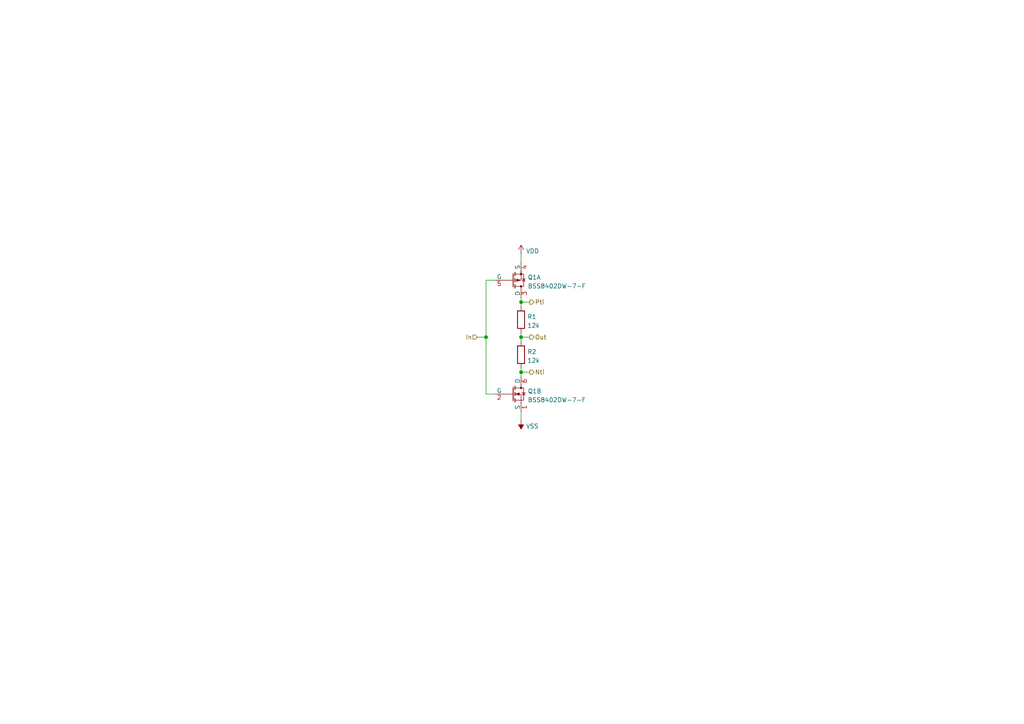
<source format=kicad_sch>
(kicad_sch (version 20211123) (generator eeschema)
  (paper "A4")
  (title_block (title "Balanced Ternary Inverter Gate") (date "2022-08-04") (rev "0"))
  (lib_symbols
    (symbol "Device:R" (pin_numbers hide) (pin_names (offset 0))
      (property "Reference" "R" (at 2.032 0 90))
      (property "Value" "R" (at 0 0 90))
      (symbol "R_0_1"
        (rectangle (start -1.016 -2.54) (end 1.016 2.54) (stroke (width 0.254)))
      )
      (symbol "R_1_1"
        (pin passive line (at 0 3.81 270) (length 1.27) (name "~") (number "1"))
        (pin passive line (at 0 -3.81 90) (length 1.27) (name "~") (number "2"))
      )
    )
    (symbol "Tritium:BSS8402DW-7-F" (pin_names (offset 0))
      (property "Reference" "Q" (at 2.54 1.27 0))
      (property "Value" "BSS8402DW-7-F" (at 2.54 -1.27 0))
      (symbol "BSS8402DW-7-F_0_1"
        (polyline (pts (xy -2.286 -1.905) (xy -2.286 1.905)) (stroke (width 0.254)))
        (polyline (pts (xy -2.286 0) (xy -5.08 0)))
        (polyline (pts (xy -1.778 -2.286) (xy -1.778 -1.27)) (stroke (width 0.254)))
        (polyline (pts (xy -1.778 -0.508) (xy -1.778 0.508)) (stroke (width 0.254)))
        (polyline (pts (xy -1.778 1.27) (xy -1.778 2.286)) (stroke (width 0.254)))
        (polyline (pts (xy 0 2.54) (xy 0 1.778)))
        (polyline (pts (xy -1.778 -1.778) (xy 0.762 -1.778) (xy 0.762 1.778) (xy -1.778 1.778)))
        (polyline (pts (xy 0.254 0.508) (xy 0.381 0.381) (xy 1.143 0.381) (xy 1.27 0.254)))
        (polyline (pts (xy 0.762 0.381) (xy 0.381 -0.254) (xy 1.143 -0.254) (xy 0.762 0.381)))
        (circle (center 0 1.778) (radius 0.254) (fill (type outline)))
      )
      (symbol "BSS8402DW-7-F_1_1"
        (circle (center 0 -1.778) (radius 0.254) (fill (type outline)))
        (polyline (pts (xy 0 -2.54) (xy 0 -1.778)))
        (polyline (pts (xy 0 2.54) (xy 0 0) (xy -1.778 0)))
        (polyline (pts (xy -0.254 0) (xy -1.27 -0.381) (xy -1.27 0.381) (xy -0.254 0)) (fill (type outline)))
        (pin passive line (at 0 -5.08 90) (length 2.54) (name "D") (number "3"))
        (pin passive line (at 0 5.08 270) (length 2.54) (name "S") (number "4"))
        (pin input line (at -7.62 0 0) (length 2.54) (name "G") (number "5"))
      )
      (symbol "BSS8402DW-7-F_2_1"
        (polyline (pts (xy 0 -2.54) (xy 0 0) (xy -1.778 0)))
        (polyline (pts (xy -1.524 0) (xy -0.508 0.381) (xy -0.508 -0.381) (xy -1.524 0)) (fill (type outline)))
        (pin passive line (at 0 -5.08 90) (length 2.54) (name "S") (number "1"))
        (pin input line (at -7.62 0 0) (length 2.54) (name "G") (number "2"))
        (pin passive line (at 0 5.08 270) (length 2.54) (name "D") (number "6"))
      )
    )
    (symbol "power:VDD" (power) (pin_names (offset 0))
      (property "Value" "VDD" (at 0 3.81 0))
      (symbol "VDD_0_1"
        (polyline (pts (xy -0.762 1.27) (xy 0 2.54)))
        (polyline (pts (xy 0 0) (xy 0 2.54)))
        (polyline (pts (xy 0 2.54) (xy 0.762 1.27)))
      )
      (symbol "VDD_1_1"
        (pin power_in line (at 0 0 90) (length 0) hide (name "VDD") (number "1"))
      )
    )
    (symbol "power:VSS" (power) (pin_names (offset 0))
      (property "Value" "VSS" (at 0 3.81 0))
      (symbol "VSS_0_1"
        (polyline (pts (xy 0 0) (xy 0 2.54)))
        (polyline (pts (xy 0.762 1.27) (xy -0.762 1.27) (xy 0 2.54) (xy 0.762 1.27)) (fill (type outline)))
      )
      (symbol "VSS_1_1"
        (pin power_in line (at 0 0 90) (length 0) hide (name "VSS") (number "1"))
      )
    )
  )
  (junction (at 151.13 97.79))
  (junction (at 151.13 107.95))
  (junction (at 151.13 87.63))
  (junction (at 140.97 97.79))
  (wire (pts (xy 151.13 97.79) (xy 153.67 97.79)))
  (wire (pts (xy 140.97 81.28) (xy 140.97 97.79)))
  (wire (pts (xy 151.13 87.63) (xy 153.67 87.63)))
  (wire (pts (xy 140.97 97.79) (xy 140.97 114.3)))
  (wire (pts (xy 138.43 97.79) (xy 140.97 97.79)))
  (wire (pts (xy 151.13 107.95) (xy 151.13 109.22)))
  (wire (pts (xy 151.13 73.66) (xy 151.13 76.2)))
  (wire (pts (xy 151.13 96.52) (xy 151.13 97.79)))
  (wire (pts (xy 151.13 107.95) (xy 153.67 107.95)))
  (wire (pts (xy 151.13 97.79) (xy 151.13 99.06)))
  (wire (pts (xy 143.51 81.28) (xy 140.97 81.28)))
  (wire (pts (xy 151.13 119.38) (xy 151.13 121.92)))
  (wire (pts (xy 151.13 87.63) (xy 151.13 88.9)))
  (wire (pts (xy 140.97 114.3) (xy 143.51 114.3)))
  (wire (pts (xy 151.13 86.36) (xy 151.13 87.63)))
  (wire (pts (xy 151.13 106.68) (xy 151.13 107.95)))
  (hierarchical_label "Pti" (shape output) (at 153.67 87.63 0))
  (hierarchical_label "Nti" (shape output) (at 153.67 107.95 0))
  (hierarchical_label "Out" (shape output) (at 153.67 97.79 0))
  (hierarchical_label "In" (shape input) (at 138.43 97.79 180))
  (symbol (lib_id "power:VDD") (at 151.13 73.66 0) (unit 1)
    (property "Reference" "#PWR0108" (effects hide))
    (property "Value" "VDD" (at 152.527 72.8238 0) (effects (justify left)))
  )
  (symbol (lib_id "Device:R") (at 151.13 92.71 0) (unit 1)
    (property "Reference" "R1" (at 152.908 91.8753 0) (effects (justify left)))
    (property "Value" "12k" (at 152.908 94.4122 0) (effects (justify left)))
    (property "Footprint" "Resistor_SMD:R_0603_1608Metric_Pad0.98x0.95mm_HandSolder" (effects hide))
  )
  (symbol (lib_id "Tritium:BSS8402DW-7-F") (at 151.13 114.3 0) (unit 2)
    (property "Reference" "Q1" (at 153.035 113.4653 0) (effects (justify left)))
    (property "Value" "BSS8402DW-7-F" (at 153.035 116.0022 0) (effects (justify left)))
    (property "Footprint" "Package_TO_SOT_SMD:SOT-363_SC-70-6_Handsoldering" (effects hide))
    (property "Datasheet" "https://www.diodes.com/assets/Datasheets/ds30380.pdf" (effects hide))
    (property "Spice_Primitive" "X" (effects hide))
    (property "Spice_Model" "BSS8402DW" (effects hide))
    (property "Spice_Netlist_Enabled" "Y" (effects hide))
    (property "Spice_Lib_File" "/lab/dev/tritium/library/TritiumSpice.lib" (effects hide))
  )
  (symbol (lib_id "Device:R") (at 151.13 102.87 0) (unit 1)
    (property "Reference" "R2" (at 152.908 102.0353 0) (effects (justify left)))
    (property "Value" "12k" (at 152.908 104.5722 0) (effects (justify left)))
    (property "Footprint" "Resistor_SMD:R_0603_1608Metric_Pad0.98x0.95mm_HandSolder" (effects hide))
  )
  (symbol (lib_id "power:VSS") (at 151.13 121.92 180) (unit 1)
    (property "Reference" "#PWR0105" (effects hide))
    (property "Value" "VSS" (at 152.527 123.6238 0) (effects (justify right)))
  )
  (symbol (lib_id "Tritium:BSS8402DW-7-F") (at 151.13 81.28 0) (unit 1)
    (property "Reference" "Q1" (at 153.035 80.4453 0) (effects (justify left)))
    (property "Value" "BSS8402DW-7-F" (at 153.035 82.9822 0) (effects (justify left)))
    (property "Footprint" "Package_TO_SOT_SMD:SOT-363_SC-70-6_Handsoldering" (effects hide))
    (property "Datasheet" "https://www.diodes.com/assets/Datasheets/ds30380.pdf" (effects hide))
    (property "Spice_Primitive" "X" (effects hide))
    (property "Spice_Model" "BSS8402DW" (effects hide))
    (property "Spice_Netlist_Enabled" "Y" (effects hide))
    (property "Spice_Lib_File" "/lab/dev/tritium/library/TritiumSpice.lib" (effects hide))
  )
)
</source>
